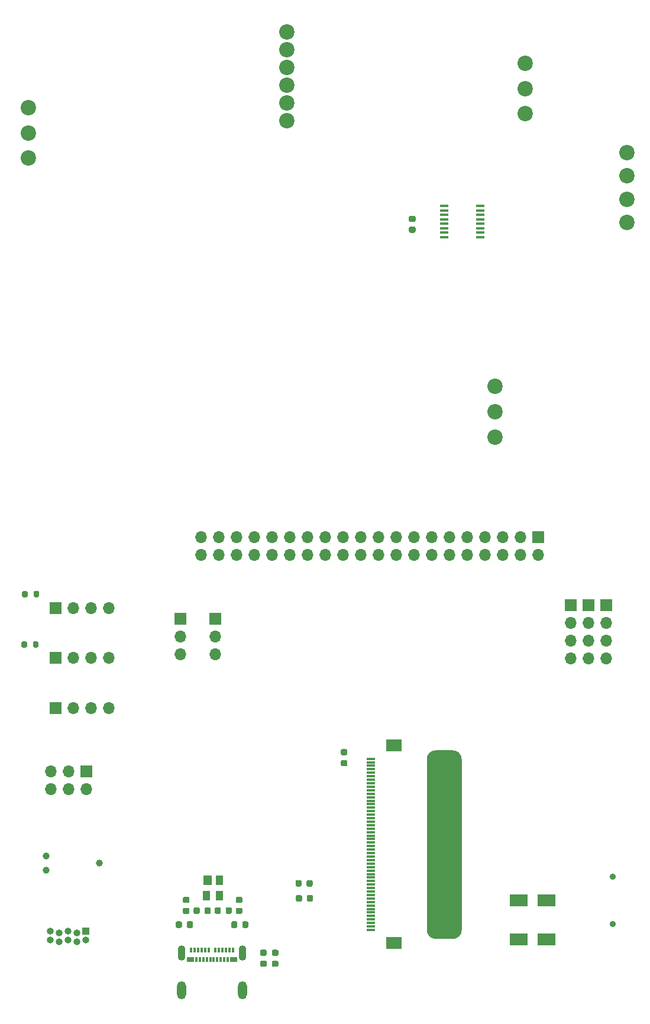
<source format=gbs>
G04 #@! TF.GenerationSoftware,KiCad,Pcbnew,(5.1.9)-1*
G04 #@! TF.CreationDate,2021-01-16T04:06:45-07:00*
G04 #@! TF.ProjectId,purplewizard-pogo,70757270-6c65-4776-997a-6172642d706f,1*
G04 #@! TF.SameCoordinates,PX774a7a0PYac0e4a0*
G04 #@! TF.FileFunction,Soldermask,Bot*
G04 #@! TF.FilePolarity,Negative*
%FSLAX46Y46*%
G04 Gerber Fmt 4.6, Leading zero omitted, Abs format (unit mm)*
G04 Created by KiCad (PCBNEW (5.1.9)-1) date 2021-01-16 04:06:45*
%MOMM*%
%LPD*%
G01*
G04 APERTURE LIST*
%ADD10C,2.200000*%
%ADD11R,2.500000X1.800000*%
%ADD12C,0.900000*%
%ADD13R,1.300000X0.300000*%
%ADD14R,2.200000X1.800000*%
%ADD15R,1.000000X1.400000*%
%ADD16R,1.200000X1.400000*%
%ADD17C,0.985520*%
%ADD18C,0.988060*%
%ADD19R,1.000000X1.000000*%
%ADD20O,1.000000X1.000000*%
%ADD21O,1.300000X2.600000*%
%ADD22O,1.100000X2.200000*%
%ADD23R,1.000000X0.700000*%
%ADD24R,0.300000X0.700000*%
%ADD25O,1.700000X1.700000*%
%ADD26R,1.700000X1.700000*%
%ADD27R,1.200000X0.400000*%
G04 APERTURE END LIST*
G36*
G01*
X60920000Y10420000D02*
X60920000Y34920000D01*
G75*
G02*
X62170000Y36170000I1250000J0D01*
G01*
X64670000Y36170000D01*
G75*
G02*
X65920000Y34920000I0J-1250000D01*
G01*
X65920000Y10420000D01*
G75*
G02*
X64670000Y9170000I-1250000J0D01*
G01*
X62170000Y9170000D01*
G75*
G02*
X60920000Y10420000I0J1250000D01*
G01*
G37*
D10*
X89570000Y121710000D03*
X89570000Y118376667D03*
X89570000Y111710000D03*
X89550000Y115050000D03*
X40870000Y128808000D03*
X40870000Y136422000D03*
X40870000Y131346000D03*
X3858000Y128140000D03*
X40870000Y138960000D03*
X40870000Y133884000D03*
X40870000Y126270000D03*
X3858000Y120950000D03*
X3858000Y124545000D03*
X75010000Y127260000D03*
X75030000Y130890000D03*
X75030000Y134520000D03*
X70700000Y80990000D03*
X70700000Y84630000D03*
X70700000Y88270000D03*
D11*
X74080000Y9130000D03*
X78080000Y9130000D03*
D12*
X87530000Y18080000D03*
X87530000Y11280000D03*
G36*
G01*
X42135000Y16883750D02*
X42135000Y17396250D01*
G75*
G02*
X42353750Y17615000I218750J0D01*
G01*
X42791250Y17615000D01*
G75*
G02*
X43010000Y17396250I0J-218750D01*
G01*
X43010000Y16883750D01*
G75*
G02*
X42791250Y16665000I-218750J0D01*
G01*
X42353750Y16665000D01*
G75*
G02*
X42135000Y16883750I0J218750D01*
G01*
G37*
G36*
G01*
X43710000Y16883750D02*
X43710000Y17396250D01*
G75*
G02*
X43928750Y17615000I218750J0D01*
G01*
X44366250Y17615000D01*
G75*
G02*
X44585000Y17396250I0J-218750D01*
G01*
X44585000Y16883750D01*
G75*
G02*
X44366250Y16665000I-218750J0D01*
G01*
X43928750Y16665000D01*
G75*
G02*
X43710000Y16883750I0J218750D01*
G01*
G37*
D13*
X52950000Y10460000D03*
X52950000Y10960000D03*
X52950000Y11460000D03*
X52950000Y11960000D03*
X52950000Y12460000D03*
X52950000Y12960000D03*
X52950000Y13460000D03*
X52950000Y13960000D03*
X52950000Y14460000D03*
X52950000Y14960000D03*
X52950000Y15460000D03*
X52950000Y15960000D03*
X52950000Y16460000D03*
X52950000Y16960000D03*
X52950000Y17460000D03*
X52950000Y17960000D03*
X52950000Y18460000D03*
X52950000Y18960000D03*
X52950000Y19460000D03*
X52950000Y19960000D03*
X52950000Y20460000D03*
X52950000Y20960000D03*
X52950000Y21460000D03*
X52950000Y21960000D03*
X52950000Y22460000D03*
X52950000Y22960000D03*
X52950000Y23460000D03*
X52950000Y23960000D03*
X52950000Y24460000D03*
X52950000Y24960000D03*
X52950000Y25460000D03*
X52950000Y25960000D03*
X52950000Y26460000D03*
X52950000Y26960000D03*
X52950000Y27460000D03*
X52950000Y27960000D03*
X52950000Y28460000D03*
X52950000Y28960000D03*
X52950000Y29460000D03*
X52950000Y29960000D03*
X52950000Y30460000D03*
X52950000Y30960000D03*
X52950000Y31460000D03*
X52950000Y31960000D03*
X52950000Y32460000D03*
X52950000Y32960000D03*
X52950000Y33460000D03*
X52950000Y33960000D03*
X52950000Y34460000D03*
X52950000Y34960000D03*
D14*
X56200000Y36860000D03*
X56200000Y8560000D03*
D11*
X74080000Y14670000D03*
X78080000Y14670000D03*
G36*
G01*
X28406668Y13476250D02*
X28406668Y12963750D01*
G75*
G02*
X28187918Y12745000I-218750J0D01*
G01*
X27750418Y12745000D01*
G75*
G02*
X27531668Y12963750I0J218750D01*
G01*
X27531668Y13476250D01*
G75*
G02*
X27750418Y13695000I218750J0D01*
G01*
X28187918Y13695000D01*
G75*
G02*
X28406668Y13476250I0J-218750D01*
G01*
G37*
G36*
G01*
X29981668Y13476250D02*
X29981668Y12963750D01*
G75*
G02*
X29762918Y12745000I-218750J0D01*
G01*
X29325418Y12745000D01*
G75*
G02*
X29106668Y12963750I0J218750D01*
G01*
X29106668Y13476250D01*
G75*
G02*
X29325418Y13695000I218750J0D01*
G01*
X29762918Y13695000D01*
G75*
G02*
X29981668Y13476250I0J-218750D01*
G01*
G37*
G36*
G01*
X31433334Y13486250D02*
X31433334Y12973750D01*
G75*
G02*
X31214584Y12755000I-218750J0D01*
G01*
X30777084Y12755000D01*
G75*
G02*
X30558334Y12973750I0J218750D01*
G01*
X30558334Y13486250D01*
G75*
G02*
X30777084Y13705000I218750J0D01*
G01*
X31214584Y13705000D01*
G75*
G02*
X31433334Y13486250I0J-218750D01*
G01*
G37*
G36*
G01*
X33008334Y13486250D02*
X33008334Y12973750D01*
G75*
G02*
X32789584Y12755000I-218750J0D01*
G01*
X32352084Y12755000D01*
G75*
G02*
X32133334Y12973750I0J218750D01*
G01*
X32133334Y13486250D01*
G75*
G02*
X32352084Y13705000I218750J0D01*
G01*
X32789584Y13705000D01*
G75*
G02*
X33008334Y13486250I0J-218750D01*
G01*
G37*
G36*
G01*
X37283750Y6060000D02*
X37796250Y6060000D01*
G75*
G02*
X38015000Y5841250I0J-218750D01*
G01*
X38015000Y5403750D01*
G75*
G02*
X37796250Y5185000I-218750J0D01*
G01*
X37283750Y5185000D01*
G75*
G02*
X37065000Y5403750I0J218750D01*
G01*
X37065000Y5841250D01*
G75*
G02*
X37283750Y6060000I218750J0D01*
G01*
G37*
G36*
G01*
X37283750Y7635000D02*
X37796250Y7635000D01*
G75*
G02*
X38015000Y7416250I0J-218750D01*
G01*
X38015000Y6978750D01*
G75*
G02*
X37796250Y6760000I-218750J0D01*
G01*
X37283750Y6760000D01*
G75*
G02*
X37065000Y6978750I0J218750D01*
G01*
X37065000Y7416250D01*
G75*
G02*
X37283750Y7635000I218750J0D01*
G01*
G37*
D15*
X29340000Y15410000D03*
X31240000Y15410000D03*
X31240000Y17610000D03*
D16*
X29520000Y17610000D03*
G36*
G01*
X48833750Y34770000D02*
X49346250Y34770000D01*
G75*
G02*
X49565000Y34551250I0J-218750D01*
G01*
X49565000Y34113750D01*
G75*
G02*
X49346250Y33895000I-218750J0D01*
G01*
X48833750Y33895000D01*
G75*
G02*
X48615000Y34113750I0J218750D01*
G01*
X48615000Y34551250D01*
G75*
G02*
X48833750Y34770000I218750J0D01*
G01*
G37*
G36*
G01*
X48833750Y36345000D02*
X49346250Y36345000D01*
G75*
G02*
X49565000Y36126250I0J-218750D01*
G01*
X49565000Y35688750D01*
G75*
G02*
X49346250Y35470000I-218750J0D01*
G01*
X48833750Y35470000D01*
G75*
G02*
X48615000Y35688750I0J218750D01*
G01*
X48615000Y36126250D01*
G75*
G02*
X48833750Y36345000I218750J0D01*
G01*
G37*
G36*
G01*
X26736250Y14320000D02*
X26223750Y14320000D01*
G75*
G02*
X26005000Y14538750I0J218750D01*
G01*
X26005000Y14976250D01*
G75*
G02*
X26223750Y15195000I218750J0D01*
G01*
X26736250Y15195000D01*
G75*
G02*
X26955000Y14976250I0J-218750D01*
G01*
X26955000Y14538750D01*
G75*
G02*
X26736250Y14320000I-218750J0D01*
G01*
G37*
G36*
G01*
X26736250Y12745000D02*
X26223750Y12745000D01*
G75*
G02*
X26005000Y12963750I0J218750D01*
G01*
X26005000Y13401250D01*
G75*
G02*
X26223750Y13620000I218750J0D01*
G01*
X26736250Y13620000D01*
G75*
G02*
X26955000Y13401250I0J-218750D01*
G01*
X26955000Y12963750D01*
G75*
G02*
X26736250Y12745000I-218750J0D01*
G01*
G37*
G36*
G01*
X26570000Y10963750D02*
X26570000Y11476250D01*
G75*
G02*
X26788750Y11695000I218750J0D01*
G01*
X27226250Y11695000D01*
G75*
G02*
X27445000Y11476250I0J-218750D01*
G01*
X27445000Y10963750D01*
G75*
G02*
X27226250Y10745000I-218750J0D01*
G01*
X26788750Y10745000D01*
G75*
G02*
X26570000Y10963750I0J218750D01*
G01*
G37*
G36*
G01*
X24995000Y10963750D02*
X24995000Y11476250D01*
G75*
G02*
X25213750Y11695000I218750J0D01*
G01*
X25651250Y11695000D01*
G75*
G02*
X25870000Y11476250I0J-218750D01*
G01*
X25870000Y10963750D01*
G75*
G02*
X25651250Y10745000I-218750J0D01*
G01*
X25213750Y10745000D01*
G75*
G02*
X24995000Y10963750I0J218750D01*
G01*
G37*
G36*
G01*
X34500000Y10963750D02*
X34500000Y11476250D01*
G75*
G02*
X34718750Y11695000I218750J0D01*
G01*
X35156250Y11695000D01*
G75*
G02*
X35375000Y11476250I0J-218750D01*
G01*
X35375000Y10963750D01*
G75*
G02*
X35156250Y10745000I-218750J0D01*
G01*
X34718750Y10745000D01*
G75*
G02*
X34500000Y10963750I0J218750D01*
G01*
G37*
G36*
G01*
X32925000Y10963750D02*
X32925000Y11476250D01*
G75*
G02*
X33143750Y11695000I218750J0D01*
G01*
X33581250Y11695000D01*
G75*
G02*
X33800000Y11476250I0J-218750D01*
G01*
X33800000Y10963750D01*
G75*
G02*
X33581250Y10745000I-218750J0D01*
G01*
X33143750Y10745000D01*
G75*
G02*
X32925000Y10963750I0J218750D01*
G01*
G37*
D17*
X6400000Y21056000D03*
X6400000Y19024000D03*
D18*
X14020000Y20040000D03*
G36*
G01*
X34316250Y14330000D02*
X33803750Y14330000D01*
G75*
G02*
X33585000Y14548750I0J218750D01*
G01*
X33585000Y14986250D01*
G75*
G02*
X33803750Y15205000I218750J0D01*
G01*
X34316250Y15205000D01*
G75*
G02*
X34535000Y14986250I0J-218750D01*
G01*
X34535000Y14548750D01*
G75*
G02*
X34316250Y14330000I-218750J0D01*
G01*
G37*
G36*
G01*
X34316250Y12755000D02*
X33803750Y12755000D01*
G75*
G02*
X33585000Y12973750I0J218750D01*
G01*
X33585000Y13411250D01*
G75*
G02*
X33803750Y13630000I218750J0D01*
G01*
X34316250Y13630000D01*
G75*
G02*
X34535000Y13411250I0J-218750D01*
G01*
X34535000Y12973750D01*
G75*
G02*
X34316250Y12755000I-218750J0D01*
G01*
G37*
D19*
X12090000Y10260000D03*
D20*
X12090000Y8990000D03*
X10820000Y10060000D03*
X10820000Y8790000D03*
X9550000Y10260000D03*
X9550000Y8990000D03*
X8280000Y10060000D03*
X8280000Y8790000D03*
X7010000Y10260000D03*
X7010000Y8990000D03*
D21*
X25860000Y1790000D03*
X34500000Y1790000D03*
D22*
X25860000Y7150000D03*
X34500000Y7150000D03*
D23*
X33280000Y6260000D03*
D24*
X32430000Y6260000D03*
X31930000Y6260000D03*
X31430000Y6260000D03*
X30930000Y6260000D03*
X30430000Y6260000D03*
X29930000Y6260000D03*
X29430000Y6260000D03*
X28930000Y6260000D03*
X28430000Y6260000D03*
X27930000Y6260000D03*
D23*
X27080000Y6260000D03*
D24*
X27180000Y7560000D03*
X27680000Y7560000D03*
X28180000Y7560000D03*
X28680000Y7560000D03*
X29180000Y7560000D03*
X29680000Y7560000D03*
X30680000Y7560000D03*
X31180000Y7560000D03*
X31680000Y7560000D03*
X32180000Y7560000D03*
X32680000Y7560000D03*
X33180000Y7560000D03*
G36*
G01*
X38953750Y6060000D02*
X39466250Y6060000D01*
G75*
G02*
X39685000Y5841250I0J-218750D01*
G01*
X39685000Y5403750D01*
G75*
G02*
X39466250Y5185000I-218750J0D01*
G01*
X38953750Y5185000D01*
G75*
G02*
X38735000Y5403750I0J218750D01*
G01*
X38735000Y5841250D01*
G75*
G02*
X38953750Y6060000I218750J0D01*
G01*
G37*
G36*
G01*
X38953750Y7635000D02*
X39466250Y7635000D01*
G75*
G02*
X39685000Y7416250I0J-218750D01*
G01*
X39685000Y6978750D01*
G75*
G02*
X39466250Y6760000I-218750J0D01*
G01*
X38953750Y6760000D01*
G75*
G02*
X38735000Y6978750I0J218750D01*
G01*
X38735000Y7416250D01*
G75*
G02*
X38953750Y7635000I218750J0D01*
G01*
G37*
G36*
G01*
X42185000Y14733750D02*
X42185000Y15246250D01*
G75*
G02*
X42403750Y15465000I218750J0D01*
G01*
X42841250Y15465000D01*
G75*
G02*
X43060000Y15246250I0J-218750D01*
G01*
X43060000Y14733750D01*
G75*
G02*
X42841250Y14515000I-218750J0D01*
G01*
X42403750Y14515000D01*
G75*
G02*
X42185000Y14733750I0J218750D01*
G01*
G37*
G36*
G01*
X43760000Y14733750D02*
X43760000Y15246250D01*
G75*
G02*
X43978750Y15465000I218750J0D01*
G01*
X44416250Y15465000D01*
G75*
G02*
X44635000Y15246250I0J-218750D01*
G01*
X44635000Y14733750D01*
G75*
G02*
X44416250Y14515000I-218750J0D01*
G01*
X43978750Y14515000D01*
G75*
G02*
X43760000Y14733750I0J218750D01*
G01*
G37*
D25*
X15375001Y42245001D03*
X12835001Y42245001D03*
X10295001Y42245001D03*
D26*
X7755001Y42245001D03*
X7755001Y49375001D03*
D25*
X10295001Y49375001D03*
X12835001Y49375001D03*
X15375001Y49375001D03*
D26*
X7755001Y56505001D03*
D25*
X10295001Y56505001D03*
X12835001Y56505001D03*
X15375001Y56505001D03*
D26*
X12160000Y33180000D03*
D25*
X12160000Y30640000D03*
X9620000Y33180000D03*
X9620000Y30640000D03*
X7080000Y33180000D03*
X7080000Y30640000D03*
D26*
X84090000Y56980000D03*
D25*
X84090000Y54440000D03*
X84090000Y51900000D03*
X84090000Y49360000D03*
D26*
X86630000Y56980000D03*
D25*
X86630000Y54440000D03*
X86630000Y51900000D03*
X86630000Y49360000D03*
X81550000Y49360000D03*
X81550000Y51900000D03*
X81550000Y54440000D03*
D26*
X81550000Y56980000D03*
X76900000Y66720000D03*
D25*
X76900000Y64180000D03*
X74360000Y66720000D03*
X74360000Y64180000D03*
X71820000Y66720000D03*
X71820000Y64180000D03*
X69280000Y66720000D03*
X69280000Y64180000D03*
X66740000Y66720000D03*
X66740000Y64180000D03*
X64200000Y66720000D03*
X64200000Y64180000D03*
X61660000Y66720000D03*
X61660000Y64180000D03*
X59120000Y66720000D03*
X59120000Y64180000D03*
X56580000Y66720000D03*
X56580000Y64180000D03*
X54040000Y66720000D03*
X54040000Y64180000D03*
X51500000Y66720000D03*
X51500000Y64180000D03*
X48960000Y66720000D03*
X48960000Y64180000D03*
X46420000Y66720000D03*
X46420000Y64180000D03*
X43880000Y66720000D03*
X43880000Y64180000D03*
X41340000Y66720000D03*
X41340000Y64180000D03*
X38800000Y66720000D03*
X38800000Y64180000D03*
X36260000Y66720000D03*
X36260000Y64180000D03*
X33720000Y66720000D03*
X33720000Y64180000D03*
X31180000Y66720000D03*
X31180000Y64180000D03*
X28640000Y66720000D03*
X28640000Y64180000D03*
G36*
G01*
X3695000Y51595000D02*
X3695000Y51045000D01*
G75*
G02*
X3495000Y50845000I-200000J0D01*
G01*
X3095000Y50845000D01*
G75*
G02*
X2895000Y51045000I0J200000D01*
G01*
X2895000Y51595000D01*
G75*
G02*
X3095000Y51795000I200000J0D01*
G01*
X3495000Y51795000D01*
G75*
G02*
X3695000Y51595000I0J-200000D01*
G01*
G37*
G36*
G01*
X5345000Y51595000D02*
X5345000Y51045000D01*
G75*
G02*
X5145000Y50845000I-200000J0D01*
G01*
X4745000Y50845000D01*
G75*
G02*
X4545000Y51045000I0J200000D01*
G01*
X4545000Y51595000D01*
G75*
G02*
X4745000Y51795000I200000J0D01*
G01*
X5145000Y51795000D01*
G75*
G02*
X5345000Y51595000I0J-200000D01*
G01*
G37*
G36*
G01*
X5425000Y58815000D02*
X5425000Y58265000D01*
G75*
G02*
X5225000Y58065000I-200000J0D01*
G01*
X4825000Y58065000D01*
G75*
G02*
X4625000Y58265000I0J200000D01*
G01*
X4625000Y58815000D01*
G75*
G02*
X4825000Y59015000I200000J0D01*
G01*
X5225000Y59015000D01*
G75*
G02*
X5425000Y58815000I0J-200000D01*
G01*
G37*
G36*
G01*
X3775000Y58815000D02*
X3775000Y58265000D01*
G75*
G02*
X3575000Y58065000I-200000J0D01*
G01*
X3175000Y58065000D01*
G75*
G02*
X2975000Y58265000I0J200000D01*
G01*
X2975000Y58815000D01*
G75*
G02*
X3175000Y59015000I200000J0D01*
G01*
X3575000Y59015000D01*
G75*
G02*
X3775000Y58815000I0J-200000D01*
G01*
G37*
G36*
G01*
X59090000Y110235000D02*
X58590000Y110235000D01*
G75*
G02*
X58365000Y110460000I0J225000D01*
G01*
X58365000Y110910000D01*
G75*
G02*
X58590000Y111135000I225000J0D01*
G01*
X59090000Y111135000D01*
G75*
G02*
X59315000Y110910000I0J-225000D01*
G01*
X59315000Y110460000D01*
G75*
G02*
X59090000Y110235000I-225000J0D01*
G01*
G37*
G36*
G01*
X59090000Y111785000D02*
X58590000Y111785000D01*
G75*
G02*
X58365000Y112010000I0J225000D01*
G01*
X58365000Y112460000D01*
G75*
G02*
X58590000Y112685000I225000J0D01*
G01*
X59090000Y112685000D01*
G75*
G02*
X59315000Y112460000I0J-225000D01*
G01*
X59315000Y112010000D01*
G75*
G02*
X59090000Y111785000I-225000J0D01*
G01*
G37*
D26*
X25650000Y55000000D03*
D25*
X25650000Y52460000D03*
X25650000Y49920000D03*
X30630000Y49920000D03*
X30630000Y52460000D03*
D26*
X30630000Y55000000D03*
D27*
X68610000Y114052500D03*
X68610000Y113417500D03*
X68610000Y112782500D03*
X68610000Y112147500D03*
X68610000Y111512500D03*
X68610000Y110877500D03*
X68610000Y110242500D03*
X68610000Y109607500D03*
X63410000Y109607500D03*
X63410000Y110242500D03*
X63410000Y110877500D03*
X63410000Y111512500D03*
X63410000Y112147500D03*
X63410000Y112782500D03*
X63410000Y113417500D03*
X63410000Y114052500D03*
M02*

</source>
